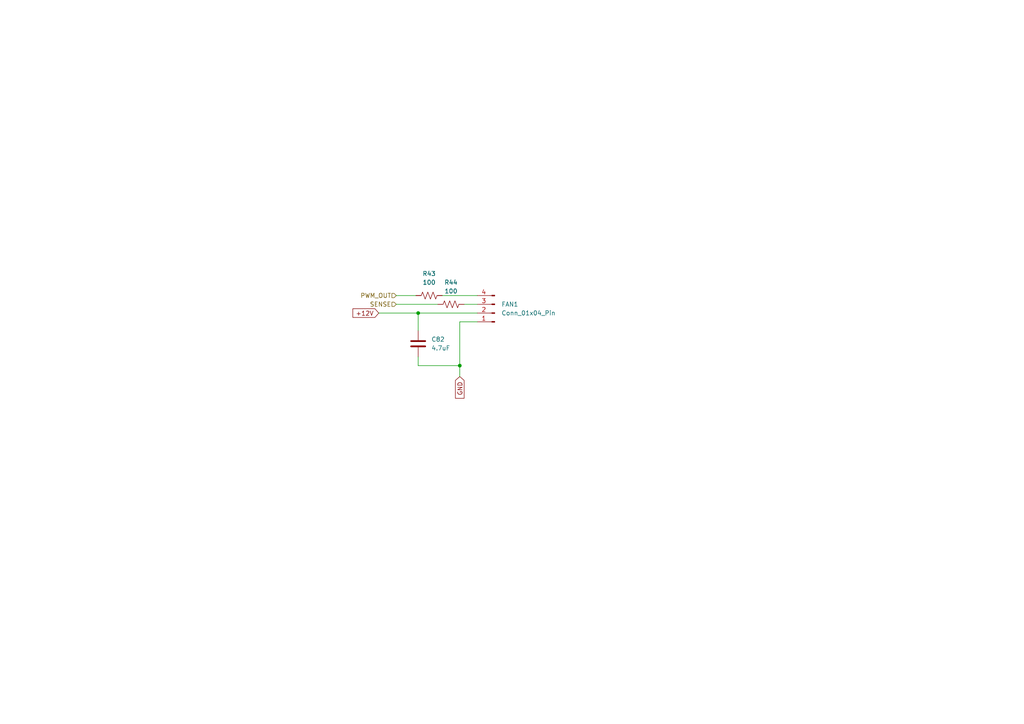
<source format=kicad_sch>
(kicad_sch
	(version 20231120)
	(generator "eeschema")
	(generator_version "8.0")
	(uuid "6c24ebbf-4396-46b8-a665-a7b017117564")
	(paper "A4")
	(lib_symbols
		(symbol "Connector:Conn_01x04_Pin"
			(pin_names
				(offset 1.016) hide)
			(exclude_from_sim no)
			(in_bom yes)
			(on_board yes)
			(property "Reference" "J"
				(at 0 5.08 0)
				(effects
					(font
						(size 1.27 1.27)
					)
				)
			)
			(property "Value" "Conn_01x04_Pin"
				(at 0 -7.62 0)
				(effects
					(font
						(size 1.27 1.27)
					)
				)
			)
			(property "Footprint" ""
				(at 0 0 0)
				(effects
					(font
						(size 1.27 1.27)
					)
					(hide yes)
				)
			)
			(property "Datasheet" "~"
				(at 0 0 0)
				(effects
					(font
						(size 1.27 1.27)
					)
					(hide yes)
				)
			)
			(property "Description" "Generic connector, single row, 01x04, script generated"
				(at 0 0 0)
				(effects
					(font
						(size 1.27 1.27)
					)
					(hide yes)
				)
			)
			(property "ki_locked" ""
				(at 0 0 0)
				(effects
					(font
						(size 1.27 1.27)
					)
				)
			)
			(property "ki_keywords" "connector"
				(at 0 0 0)
				(effects
					(font
						(size 1.27 1.27)
					)
					(hide yes)
				)
			)
			(property "ki_fp_filters" "Connector*:*_1x??_*"
				(at 0 0 0)
				(effects
					(font
						(size 1.27 1.27)
					)
					(hide yes)
				)
			)
			(symbol "Conn_01x04_Pin_1_1"
				(polyline
					(pts
						(xy 1.27 -5.08) (xy 0.8636 -5.08)
					)
					(stroke
						(width 0.1524)
						(type default)
					)
					(fill
						(type none)
					)
				)
				(polyline
					(pts
						(xy 1.27 -2.54) (xy 0.8636 -2.54)
					)
					(stroke
						(width 0.1524)
						(type default)
					)
					(fill
						(type none)
					)
				)
				(polyline
					(pts
						(xy 1.27 0) (xy 0.8636 0)
					)
					(stroke
						(width 0.1524)
						(type default)
					)
					(fill
						(type none)
					)
				)
				(polyline
					(pts
						(xy 1.27 2.54) (xy 0.8636 2.54)
					)
					(stroke
						(width 0.1524)
						(type default)
					)
					(fill
						(type none)
					)
				)
				(rectangle
					(start 0.8636 -4.953)
					(end 0 -5.207)
					(stroke
						(width 0.1524)
						(type default)
					)
					(fill
						(type outline)
					)
				)
				(rectangle
					(start 0.8636 -2.413)
					(end 0 -2.667)
					(stroke
						(width 0.1524)
						(type default)
					)
					(fill
						(type outline)
					)
				)
				(rectangle
					(start 0.8636 0.127)
					(end 0 -0.127)
					(stroke
						(width 0.1524)
						(type default)
					)
					(fill
						(type outline)
					)
				)
				(rectangle
					(start 0.8636 2.667)
					(end 0 2.413)
					(stroke
						(width 0.1524)
						(type default)
					)
					(fill
						(type outline)
					)
				)
				(pin passive line
					(at 5.08 2.54 180)
					(length 3.81)
					(name "Pin_1"
						(effects
							(font
								(size 1.27 1.27)
							)
						)
					)
					(number "1"
						(effects
							(font
								(size 1.27 1.27)
							)
						)
					)
				)
				(pin passive line
					(at 5.08 0 180)
					(length 3.81)
					(name "Pin_2"
						(effects
							(font
								(size 1.27 1.27)
							)
						)
					)
					(number "2"
						(effects
							(font
								(size 1.27 1.27)
							)
						)
					)
				)
				(pin passive line
					(at 5.08 -2.54 180)
					(length 3.81)
					(name "Pin_3"
						(effects
							(font
								(size 1.27 1.27)
							)
						)
					)
					(number "3"
						(effects
							(font
								(size 1.27 1.27)
							)
						)
					)
				)
				(pin passive line
					(at 5.08 -5.08 180)
					(length 3.81)
					(name "Pin_4"
						(effects
							(font
								(size 1.27 1.27)
							)
						)
					)
					(number "4"
						(effects
							(font
								(size 1.27 1.27)
							)
						)
					)
				)
			)
		)
		(symbol "Device:C"
			(pin_numbers hide)
			(pin_names
				(offset 0.254)
			)
			(exclude_from_sim no)
			(in_bom yes)
			(on_board yes)
			(property "Reference" "C"
				(at 0.635 2.54 0)
				(effects
					(font
						(size 1.27 1.27)
					)
					(justify left)
				)
			)
			(property "Value" "C"
				(at 0.635 -2.54 0)
				(effects
					(font
						(size 1.27 1.27)
					)
					(justify left)
				)
			)
			(property "Footprint" ""
				(at 0.9652 -3.81 0)
				(effects
					(font
						(size 1.27 1.27)
					)
					(hide yes)
				)
			)
			(property "Datasheet" "~"
				(at 0 0 0)
				(effects
					(font
						(size 1.27 1.27)
					)
					(hide yes)
				)
			)
			(property "Description" "Unpolarized capacitor"
				(at 0 0 0)
				(effects
					(font
						(size 1.27 1.27)
					)
					(hide yes)
				)
			)
			(property "ki_keywords" "cap capacitor"
				(at 0 0 0)
				(effects
					(font
						(size 1.27 1.27)
					)
					(hide yes)
				)
			)
			(property "ki_fp_filters" "C_*"
				(at 0 0 0)
				(effects
					(font
						(size 1.27 1.27)
					)
					(hide yes)
				)
			)
			(symbol "C_0_1"
				(polyline
					(pts
						(xy -2.032 -0.762) (xy 2.032 -0.762)
					)
					(stroke
						(width 0.508)
						(type default)
					)
					(fill
						(type none)
					)
				)
				(polyline
					(pts
						(xy -2.032 0.762) (xy 2.032 0.762)
					)
					(stroke
						(width 0.508)
						(type default)
					)
					(fill
						(type none)
					)
				)
			)
			(symbol "C_1_1"
				(pin passive line
					(at 0 3.81 270)
					(length 2.794)
					(name "~"
						(effects
							(font
								(size 1.27 1.27)
							)
						)
					)
					(number "1"
						(effects
							(font
								(size 1.27 1.27)
							)
						)
					)
				)
				(pin passive line
					(at 0 -3.81 90)
					(length 2.794)
					(name "~"
						(effects
							(font
								(size 1.27 1.27)
							)
						)
					)
					(number "2"
						(effects
							(font
								(size 1.27 1.27)
							)
						)
					)
				)
			)
		)
		(symbol "Device:R_US"
			(pin_numbers hide)
			(pin_names
				(offset 0)
			)
			(exclude_from_sim no)
			(in_bom yes)
			(on_board yes)
			(property "Reference" "R"
				(at 2.54 0 90)
				(effects
					(font
						(size 1.27 1.27)
					)
				)
			)
			(property "Value" "R_US"
				(at -2.54 0 90)
				(effects
					(font
						(size 1.27 1.27)
					)
				)
			)
			(property "Footprint" ""
				(at 1.016 -0.254 90)
				(effects
					(font
						(size 1.27 1.27)
					)
					(hide yes)
				)
			)
			(property "Datasheet" "~"
				(at 0 0 0)
				(effects
					(font
						(size 1.27 1.27)
					)
					(hide yes)
				)
			)
			(property "Description" "Resistor, US symbol"
				(at 0 0 0)
				(effects
					(font
						(size 1.27 1.27)
					)
					(hide yes)
				)
			)
			(property "ki_keywords" "R res resistor"
				(at 0 0 0)
				(effects
					(font
						(size 1.27 1.27)
					)
					(hide yes)
				)
			)
			(property "ki_fp_filters" "R_*"
				(at 0 0 0)
				(effects
					(font
						(size 1.27 1.27)
					)
					(hide yes)
				)
			)
			(symbol "R_US_0_1"
				(polyline
					(pts
						(xy 0 -2.286) (xy 0 -2.54)
					)
					(stroke
						(width 0)
						(type default)
					)
					(fill
						(type none)
					)
				)
				(polyline
					(pts
						(xy 0 2.286) (xy 0 2.54)
					)
					(stroke
						(width 0)
						(type default)
					)
					(fill
						(type none)
					)
				)
				(polyline
					(pts
						(xy 0 -0.762) (xy 1.016 -1.143) (xy 0 -1.524) (xy -1.016 -1.905) (xy 0 -2.286)
					)
					(stroke
						(width 0)
						(type default)
					)
					(fill
						(type none)
					)
				)
				(polyline
					(pts
						(xy 0 0.762) (xy 1.016 0.381) (xy 0 0) (xy -1.016 -0.381) (xy 0 -0.762)
					)
					(stroke
						(width 0)
						(type default)
					)
					(fill
						(type none)
					)
				)
				(polyline
					(pts
						(xy 0 2.286) (xy 1.016 1.905) (xy 0 1.524) (xy -1.016 1.143) (xy 0 0.762)
					)
					(stroke
						(width 0)
						(type default)
					)
					(fill
						(type none)
					)
				)
			)
			(symbol "R_US_1_1"
				(pin passive line
					(at 0 3.81 270)
					(length 1.27)
					(name "~"
						(effects
							(font
								(size 1.27 1.27)
							)
						)
					)
					(number "1"
						(effects
							(font
								(size 1.27 1.27)
							)
						)
					)
				)
				(pin passive line
					(at 0 -3.81 90)
					(length 1.27)
					(name "~"
						(effects
							(font
								(size 1.27 1.27)
							)
						)
					)
					(number "2"
						(effects
							(font
								(size 1.27 1.27)
							)
						)
					)
				)
			)
		)
	)
	(junction
		(at 121.285 90.805)
		(diameter 0)
		(color 0 0 0 0)
		(uuid "2534387f-b703-4c3a-9a6c-0d0cfac6cf1f")
	)
	(junction
		(at 133.35 106.045)
		(diameter 0)
		(color 0 0 0 0)
		(uuid "3098443e-cd53-40af-8ba8-918cbd58355d")
	)
	(wire
		(pts
			(xy 114.935 88.265) (xy 127 88.265)
		)
		(stroke
			(width 0)
			(type default)
		)
		(uuid "0373a5c8-b8bc-41ca-ad1e-1b4e111c5dc8")
	)
	(wire
		(pts
			(xy 128.27 85.725) (xy 138.43 85.725)
		)
		(stroke
			(width 0)
			(type default)
		)
		(uuid "20b4c84a-2767-4955-8fff-72f5394f3c3e")
	)
	(wire
		(pts
			(xy 138.43 93.345) (xy 133.35 93.345)
		)
		(stroke
			(width 0)
			(type default)
		)
		(uuid "2627ccbd-3052-49ff-bcce-9b20bf1dd5c0")
	)
	(wire
		(pts
			(xy 121.285 103.505) (xy 121.285 106.045)
		)
		(stroke
			(width 0)
			(type default)
		)
		(uuid "7a2498cd-76da-4650-9b17-1505c27b94a2")
	)
	(wire
		(pts
			(xy 114.935 85.725) (xy 120.65 85.725)
		)
		(stroke
			(width 0)
			(type default)
		)
		(uuid "7fb7d077-041c-43a4-90fa-1684c5f0b9a5")
	)
	(wire
		(pts
			(xy 133.35 93.345) (xy 133.35 106.045)
		)
		(stroke
			(width 0)
			(type default)
		)
		(uuid "81bf0c12-7be4-4b68-8cae-1396c887a120")
	)
	(wire
		(pts
			(xy 121.285 90.805) (xy 121.285 95.885)
		)
		(stroke
			(width 0)
			(type default)
		)
		(uuid "98b1bd85-c23f-430c-87a6-86968c960514")
	)
	(wire
		(pts
			(xy 109.855 90.805) (xy 121.285 90.805)
		)
		(stroke
			(width 0)
			(type default)
		)
		(uuid "a0b31cc2-9041-4c42-b843-99d267880a19")
	)
	(wire
		(pts
			(xy 134.62 88.265) (xy 138.43 88.265)
		)
		(stroke
			(width 0)
			(type default)
		)
		(uuid "c41a50ac-0813-4cbb-bed7-6828ed685cc9")
	)
	(wire
		(pts
			(xy 121.285 90.805) (xy 138.43 90.805)
		)
		(stroke
			(width 0)
			(type default)
		)
		(uuid "e7eddff7-3055-4adc-a5e1-985f2f74a867")
	)
	(wire
		(pts
			(xy 133.35 106.045) (xy 133.35 109.22)
		)
		(stroke
			(width 0)
			(type default)
		)
		(uuid "fb63bb2c-e310-40da-9f52-18ef9f3b4dea")
	)
	(wire
		(pts
			(xy 121.285 106.045) (xy 133.35 106.045)
		)
		(stroke
			(width 0)
			(type default)
		)
		(uuid "ff37c770-4c0f-439e-bfd9-3a9668644e2f")
	)
	(global_label "GND"
		(shape input)
		(at 133.35 109.22 270)
		(fields_autoplaced yes)
		(effects
			(font
				(size 1.27 1.27)
			)
			(justify right)
		)
		(uuid "01220784-260f-4e9a-a8c0-56193b2ede2b")
		(property "Intersheetrefs" "${INTERSHEET_REFS}"
			(at 133.35 116.0757 90)
			(effects
				(font
					(size 1.27 1.27)
				)
				(justify right)
				(hide yes)
			)
		)
	)
	(global_label "+12V"
		(shape input)
		(at 109.855 90.805 180)
		(fields_autoplaced yes)
		(effects
			(font
				(size 1.27 1.27)
			)
			(justify right)
		)
		(uuid "2868c814-c8b5-4090-bae7-6cd8233d697b")
		(property "Intersheetrefs" "${INTERSHEET_REFS}"
			(at 101.7898 90.805 0)
			(effects
				(font
					(size 1.27 1.27)
				)
				(justify right)
				(hide yes)
			)
		)
	)
	(hierarchical_label "PWM_OUT"
		(shape input)
		(at 114.935 85.725 180)
		(fields_autoplaced yes)
		(effects
			(font
				(size 1.27 1.27)
			)
			(justify right)
		)
		(uuid "2ef10686-3f97-433a-8f35-f7607503ae8b")
	)
	(hierarchical_label "SENSE"
		(shape input)
		(at 114.935 88.265 180)
		(fields_autoplaced yes)
		(effects
			(font
				(size 1.27 1.27)
			)
			(justify right)
		)
		(uuid "b87be5e7-84bc-483d-8c46-cf75525849bd")
	)
	(symbol
		(lib_id "Device:R_US")
		(at 130.81 88.265 90)
		(unit 1)
		(exclude_from_sim no)
		(in_bom yes)
		(on_board yes)
		(dnp no)
		(fields_autoplaced yes)
		(uuid "9813d162-a5ea-4d96-8c32-64e301ae5a22")
		(property "Reference" "R44"
			(at 130.81 81.915 90)
			(effects
				(font
					(size 1.27 1.27)
				)
			)
		)
		(property "Value" "100"
			(at 130.81 84.455 90)
			(effects
				(font
					(size 1.27 1.27)
				)
			)
		)
		(property "Footprint" "Resistor_SMD:R_0402_1005Metric"
			(at 131.064 87.249 90)
			(effects
				(font
					(size 1.27 1.27)
				)
				(hide yes)
			)
		)
		(property "Datasheet" "~"
			(at 130.81 88.265 0)
			(effects
				(font
					(size 1.27 1.27)
				)
				(hide yes)
			)
		)
		(property "Description" ""
			(at 130.81 88.265 0)
			(effects
				(font
					(size 1.27 1.27)
				)
				(hide yes)
			)
		)
		(property "MPN" "MF-RES-0402-100"
			(at 130.81 88.265 90)
			(effects
				(font
					(size 1.27 1.27)
				)
				(hide yes)
			)
		)
		(property "POPULATE" "1"
			(at 130.81 88.265 90)
			(effects
				(font
					(size 1.27 1.27)
				)
				(hide yes)
			)
		)
		(pin "1"
			(uuid "c7c4832e-e6b8-4467-90e2-d06be3bc4d6e")
		)
		(pin "2"
			(uuid "3937da01-00d2-4199-b3d3-964a2314c087")
		)
		(instances
			(project "moteus_x1"
				(path "/bd70986b-b0dc-4add-82aa-78459b97d0c4/d4c54099-f535-4e86-9851-1b4b63876068"
					(reference "R44")
					(unit 1)
				)
			)
		)
	)
	(symbol
		(lib_id "Connector:Conn_01x04_Pin")
		(at 143.51 90.805 180)
		(unit 1)
		(exclude_from_sim no)
		(in_bom no)
		(on_board yes)
		(dnp no)
		(fields_autoplaced yes)
		(uuid "d6a07a63-a953-4c2e-9aa8-5587256fe4eb")
		(property "Reference" "FAN1"
			(at 145.415 88.265 0)
			(effects
				(font
					(size 1.27 1.27)
				)
				(justify right)
			)
		)
		(property "Value" "Conn_01x04_Pin"
			(at 145.415 90.805 0)
			(effects
				(font
					(size 1.27 1.27)
				)
				(justify right)
			)
		)
		(property "Footprint" "Connector_PinSocket_2.54mm:PinSocket_2x02_P2.54mm_Vertical"
			(at 143.51 90.805 0)
			(effects
				(font
					(size 1.27 1.27)
				)
				(hide yes)
			)
		)
		(property "Datasheet" "~"
			(at 143.51 90.805 0)
			(effects
				(font
					(size 1.27 1.27)
				)
				(hide yes)
			)
		)
		(property "Description" ""
			(at 143.51 90.805 0)
			(effects
				(font
					(size 1.27 1.27)
				)
				(hide yes)
			)
		)
		(pin "4"
			(uuid "869b2890-bee4-46a8-9723-c3f1a898636c")
		)
		(pin "3"
			(uuid "920d8e5f-6a26-4bca-ade8-a5eabeb6a04f")
		)
		(pin "2"
			(uuid "24f00b08-5f81-4ff9-986d-c77785144cae")
		)
		(pin "1"
			(uuid "d736f5eb-9ded-4254-bf03-cb5684ffc682")
		)
		(instances
			(project "moteus_x1"
				(path "/bd70986b-b0dc-4add-82aa-78459b97d0c4/d4c54099-f535-4e86-9851-1b4b63876068"
					(reference "FAN1")
					(unit 1)
				)
			)
		)
	)
	(symbol
		(lib_id "Device:C")
		(at 121.285 99.695 0)
		(unit 1)
		(exclude_from_sim no)
		(in_bom yes)
		(on_board yes)
		(dnp no)
		(fields_autoplaced yes)
		(uuid "db1dcf59-8402-416d-968c-250177165ab9")
		(property "Reference" "C82"
			(at 125.095 98.425 0)
			(effects
				(font
					(size 1.27 1.27)
				)
				(justify left)
			)
		)
		(property "Value" "4.7uF"
			(at 125.095 100.965 0)
			(effects
				(font
					(size 1.27 1.27)
				)
				(justify left)
			)
		)
		(property "Footprint" "Capacitor_SMD:C_1206_3216Metric"
			(at 122.2502 103.505 0)
			(effects
				(font
					(size 1.27 1.27)
				)
				(hide yes)
			)
		)
		(property "Datasheet" "~"
			(at 121.285 99.695 0)
			(effects
				(font
					(size 1.27 1.27)
				)
				(hide yes)
			)
		)
		(property "Description" ""
			(at 121.285 99.695 0)
			(effects
				(font
					(size 1.27 1.27)
				)
				(hide yes)
			)
		)
		(property "MPN" "GRJ31CC72A475KE01K"
			(at 121.285 99.695 0)
			(effects
				(font
					(size 1.27 1.27)
				)
				(hide yes)
			)
		)
		(property "MF" "MURATA"
			(at 121.285 99.695 0)
			(effects
				(font
					(size 1.27 1.27)
				)
				(hide yes)
			)
		)
		(property "POPULATE" "1"
			(at 121.285 99.695 0)
			(effects
				(font
					(size 1.27 1.27)
				)
				(hide yes)
			)
		)
		(pin "1"
			(uuid "36d9150b-934a-41a6-bd0a-2f26f2781ec7")
		)
		(pin "2"
			(uuid "ed48d6e4-8b7f-438e-b0f1-5f59725cf0f0")
		)
		(instances
			(project "moteus_x1"
				(path "/bd70986b-b0dc-4add-82aa-78459b97d0c4/d4c54099-f535-4e86-9851-1b4b63876068"
					(reference "C82")
					(unit 1)
				)
			)
		)
	)
	(symbol
		(lib_id "Device:R_US")
		(at 124.46 85.725 90)
		(unit 1)
		(exclude_from_sim no)
		(in_bom yes)
		(on_board yes)
		(dnp no)
		(fields_autoplaced yes)
		(uuid "e78e0806-4529-4e58-934b-4f5acd534c45")
		(property "Reference" "R43"
			(at 124.46 79.375 90)
			(effects
				(font
					(size 1.27 1.27)
				)
			)
		)
		(property "Value" "100"
			(at 124.46 81.915 90)
			(effects
				(font
					(size 1.27 1.27)
				)
			)
		)
		(property "Footprint" "Resistor_SMD:R_0402_1005Metric"
			(at 124.714 84.709 90)
			(effects
				(font
					(size 1.27 1.27)
				)
				(hide yes)
			)
		)
		(property "Datasheet" "~"
			(at 124.46 85.725 0)
			(effects
				(font
					(size 1.27 1.27)
				)
				(hide yes)
			)
		)
		(property "Description" ""
			(at 124.46 85.725 0)
			(effects
				(font
					(size 1.27 1.27)
				)
				(hide yes)
			)
		)
		(property "MPN" "MF-RES-0402-100"
			(at 124.46 85.725 90)
			(effects
				(font
					(size 1.27 1.27)
				)
				(hide yes)
			)
		)
		(property "POPULATE" "1"
			(at 124.46 85.725 90)
			(effects
				(font
					(size 1.27 1.27)
				)
				(hide yes)
			)
		)
		(pin "1"
			(uuid "829cc641-48e8-442e-bdc5-cf4d0f87bb91")
		)
		(pin "2"
			(uuid "bfe9355a-7e29-486e-9177-1900506cf0c8")
		)
		(instances
			(project "moteus_x1"
				(path "/bd70986b-b0dc-4add-82aa-78459b97d0c4/d4c54099-f535-4e86-9851-1b4b63876068"
					(reference "R43")
					(unit 1)
				)
			)
		)
	)
)

</source>
